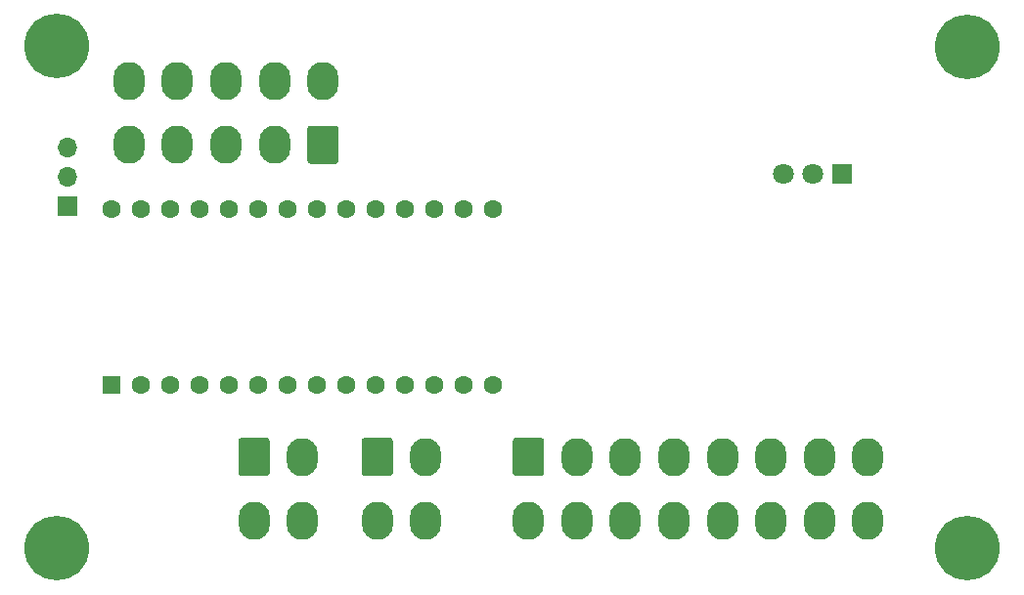
<source format=gbr>
%TF.GenerationSoftware,KiCad,Pcbnew,5.1.9+dfsg1-1*%
%TF.CreationDate,2021-07-09T17:21:31+02:00*%
%TF.ProjectId,JoeMBMS_V1.1,4a6f654d-424d-4535-9f56-312e312e6b69,rev?*%
%TF.SameCoordinates,Original*%
%TF.FileFunction,Soldermask,Bot*%
%TF.FilePolarity,Negative*%
%FSLAX46Y46*%
G04 Gerber Fmt 4.6, Leading zero omitted, Abs format (unit mm)*
G04 Created by KiCad (PCBNEW 5.1.9+dfsg1-1) date 2021-07-09 17:21:31*
%MOMM*%
%LPD*%
G01*
G04 APERTURE LIST*
%ADD10C,5.600000*%
%ADD11C,3.600000*%
%ADD12O,1.700000X1.700000*%
%ADD13R,1.700000X1.700000*%
%ADD14R,1.600000X1.600000*%
%ADD15C,1.600000*%
%ADD16R,1.800000X1.800000*%
%ADD17C,1.800000*%
%ADD18O,2.700000X3.300000*%
G04 APERTURE END LIST*
D10*
%TO.C,REF\u002A\u002A*%
X96329500Y-81978500D03*
D11*
X96329500Y-81978500D03*
%TD*%
D10*
%TO.C,REF\u002A\u002A*%
X96329500Y-125539500D03*
D11*
X96329500Y-125539500D03*
%TD*%
D10*
%TO.C,REF\u002A\u002A*%
X175133000Y-125476000D03*
D11*
X175133000Y-125476000D03*
%TD*%
D10*
%TO.C,REF\u002A\u002A*%
X175133000Y-82042000D03*
D11*
X175133000Y-82042000D03*
%TD*%
D12*
%TO.C,JP1*%
X97218500Y-90805000D03*
X97218500Y-93345000D03*
D13*
X97218500Y-95885000D03*
%TD*%
D14*
%TO.C,U1*%
X101092000Y-111379000D03*
D15*
X103632000Y-111379000D03*
X106172000Y-111379000D03*
X108712000Y-111379000D03*
X111252000Y-111379000D03*
X113792000Y-111379000D03*
X116332000Y-111379000D03*
X118872000Y-111379000D03*
X121412000Y-111379000D03*
X123952000Y-111379000D03*
X126492000Y-111379000D03*
X129032000Y-111379000D03*
X131572000Y-111379000D03*
X101092000Y-96139000D03*
X103632000Y-96139000D03*
X106172000Y-96139000D03*
X108712000Y-96139000D03*
X111252000Y-96139000D03*
X113792000Y-96139000D03*
X116332000Y-96139000D03*
X118872000Y-96139000D03*
X121412000Y-96139000D03*
X123952000Y-96139000D03*
X126492000Y-96139000D03*
X129032000Y-96139000D03*
X131572000Y-96139000D03*
X134112000Y-111379000D03*
X134112000Y-96139000D03*
%TD*%
D16*
%TO.C,U3*%
X164338000Y-93091000D03*
D17*
X161798000Y-93091000D03*
X159258000Y-93091000D03*
%TD*%
D18*
%TO.C,J1*%
X117611000Y-123102000D03*
X113411000Y-123102000D03*
X117611000Y-117602000D03*
G36*
G01*
X112061000Y-119001999D02*
X112061000Y-116202001D01*
G75*
G02*
X112311001Y-115952000I250001J0D01*
G01*
X114510999Y-115952000D01*
G75*
G02*
X114761000Y-116202001I0J-250001D01*
G01*
X114761000Y-119001999D01*
G75*
G02*
X114510999Y-119252000I-250001J0D01*
G01*
X112311001Y-119252000D01*
G75*
G02*
X112061000Y-119001999I0J250001D01*
G01*
G37*
%TD*%
%TO.C,J2*%
G36*
G01*
X122729000Y-119001999D02*
X122729000Y-116202001D01*
G75*
G02*
X122979001Y-115952000I250001J0D01*
G01*
X125178999Y-115952000D01*
G75*
G02*
X125429000Y-116202001I0J-250001D01*
G01*
X125429000Y-119001999D01*
G75*
G02*
X125178999Y-119252000I-250001J0D01*
G01*
X122979001Y-119252000D01*
G75*
G02*
X122729000Y-119001999I0J250001D01*
G01*
G37*
X128279000Y-117602000D03*
X124079000Y-123102000D03*
X128279000Y-123102000D03*
%TD*%
%TO.C,J4*%
G36*
G01*
X135810000Y-119001999D02*
X135810000Y-116202001D01*
G75*
G02*
X136060001Y-115952000I250001J0D01*
G01*
X138259999Y-115952000D01*
G75*
G02*
X138510000Y-116202001I0J-250001D01*
G01*
X138510000Y-119001999D01*
G75*
G02*
X138259999Y-119252000I-250001J0D01*
G01*
X136060001Y-119252000D01*
G75*
G02*
X135810000Y-119001999I0J250001D01*
G01*
G37*
X141360000Y-117602000D03*
X145560000Y-117602000D03*
X149760000Y-117602000D03*
X153960000Y-117602000D03*
X158160000Y-117602000D03*
X162360000Y-117602000D03*
X166560000Y-117602000D03*
X137160000Y-123102000D03*
X141360000Y-123102000D03*
X145560000Y-123102000D03*
X149760000Y-123102000D03*
X153960000Y-123102000D03*
X158160000Y-123102000D03*
X162360000Y-123102000D03*
X166560000Y-123102000D03*
%TD*%
%TO.C,J5*%
G36*
G01*
X120730000Y-89151001D02*
X120730000Y-91950999D01*
G75*
G02*
X120479999Y-92201000I-250001J0D01*
G01*
X118280001Y-92201000D01*
G75*
G02*
X118030000Y-91950999I0J250001D01*
G01*
X118030000Y-89151001D01*
G75*
G02*
X118280001Y-88901000I250001J0D01*
G01*
X120479999Y-88901000D01*
G75*
G02*
X120730000Y-89151001I0J-250001D01*
G01*
G37*
X115180000Y-90551000D03*
X110980000Y-90551000D03*
X106780000Y-90551000D03*
X102580000Y-90551000D03*
X119380000Y-85051000D03*
X115180000Y-85051000D03*
X110980000Y-85051000D03*
X106780000Y-85051000D03*
X102580000Y-85051000D03*
%TD*%
M02*

</source>
